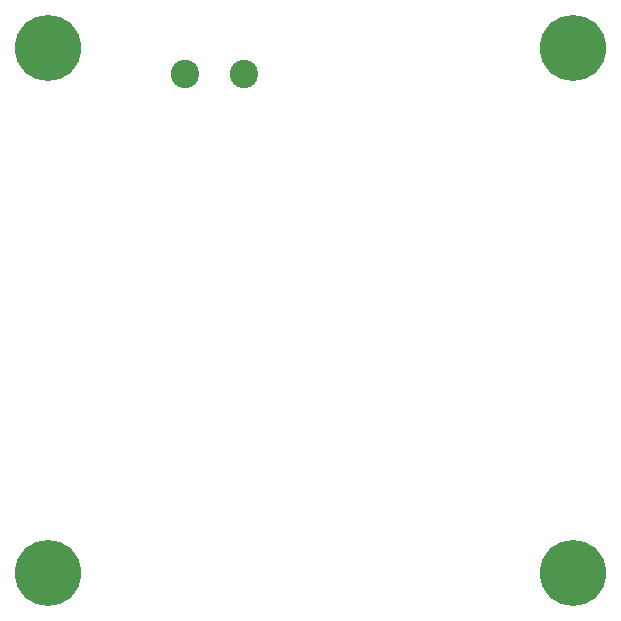
<source format=gbs>
G04*
G04 #@! TF.GenerationSoftware,Altium Limited,Altium Designer,20.1.14 (287)*
G04*
G04 Layer_Color=16711935*
%FSAX25Y25*%
%MOIN*%
G70*
G04*
G04 #@! TF.SameCoordinates,72DF8298-9B86-4F64-9D5A-0D244EFD1A00*
G04*
G04*
G04 #@! TF.FilePolarity,Negative*
G04*
G01*
G75*
%ADD90C,0.09455*%
%ADD101C,0.22047*%
D90*
X0065293Y0166528D02*
D03*
X0045608D02*
D03*
D101*
X0000000Y0175000D02*
D03*
X0175000D02*
D03*
Y0000000D02*
D03*
X0000000D02*
D03*
M02*

</source>
